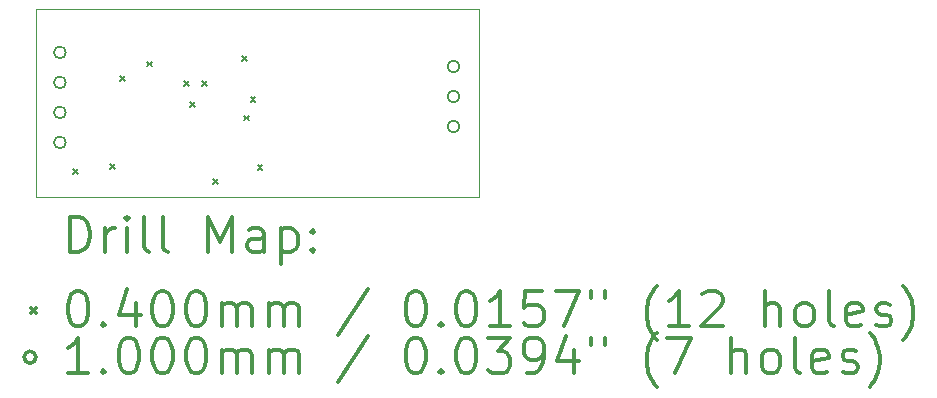
<source format=gbr>
%FSLAX45Y45*%
G04 Gerber Fmt 4.5, Leading zero omitted, Abs format (unit mm)*
G04 Created by KiCad (PCBNEW (5.1.10)-1) date 2021-09-02 15:22:30*
%MOMM*%
%LPD*%
G01*
G04 APERTURE LIST*
%TA.AperFunction,Profile*%
%ADD10C,0.050000*%
%TD*%
%ADD11C,0.200000*%
%ADD12C,0.300000*%
G04 APERTURE END LIST*
D10*
X10541000Y-6350000D02*
X10541000Y-4762500D01*
X14287500Y-6350000D02*
X10541000Y-6350000D01*
X14287500Y-4762500D02*
X14287500Y-6350000D01*
X10541000Y-4762500D02*
X14287500Y-4762500D01*
D11*
X10851891Y-6117981D02*
X10891891Y-6157981D01*
X10891891Y-6117981D02*
X10851891Y-6157981D01*
X11166600Y-6076000D02*
X11206600Y-6116000D01*
X11206600Y-6076000D02*
X11166600Y-6116000D01*
X11250560Y-5329060D02*
X11290560Y-5369060D01*
X11290560Y-5329060D02*
X11250560Y-5369060D01*
X11480810Y-5205580D02*
X11520810Y-5245580D01*
X11520810Y-5205580D02*
X11480810Y-5245580D01*
X11795080Y-5368610D02*
X11835080Y-5408610D01*
X11835080Y-5368610D02*
X11795080Y-5408610D01*
X11841660Y-5548370D02*
X11881660Y-5588370D01*
X11881660Y-5548370D02*
X11841660Y-5588370D01*
X11944460Y-5369330D02*
X11984460Y-5409330D01*
X11984460Y-5369330D02*
X11944460Y-5409330D01*
X12036364Y-6203000D02*
X12076364Y-6243000D01*
X12076364Y-6203000D02*
X12036364Y-6243000D01*
X12286400Y-5159468D02*
X12326400Y-5199468D01*
X12326400Y-5159468D02*
X12286400Y-5199468D01*
X12300176Y-5664106D02*
X12340176Y-5704106D01*
X12340176Y-5664106D02*
X12300176Y-5704106D01*
X12355460Y-5507240D02*
X12395460Y-5547240D01*
X12395460Y-5507240D02*
X12355460Y-5547240D01*
X12415277Y-6084073D02*
X12455277Y-6124073D01*
X12455277Y-6084073D02*
X12415277Y-6124073D01*
X10791700Y-5128260D02*
G75*
G03*
X10791700Y-5128260I-50000J0D01*
G01*
X10791700Y-5382260D02*
G75*
G03*
X10791700Y-5382260I-50000J0D01*
G01*
X10791700Y-5636260D02*
G75*
G03*
X10791700Y-5636260I-50000J0D01*
G01*
X10791700Y-5890260D02*
G75*
G03*
X10791700Y-5890260I-50000J0D01*
G01*
X14124100Y-5247640D02*
G75*
G03*
X14124100Y-5247640I-50000J0D01*
G01*
X14124100Y-5501640D02*
G75*
G03*
X14124100Y-5501640I-50000J0D01*
G01*
X14124100Y-5755640D02*
G75*
G03*
X14124100Y-5755640I-50000J0D01*
G01*
D12*
X10824928Y-6818214D02*
X10824928Y-6518214D01*
X10896357Y-6518214D01*
X10939214Y-6532500D01*
X10967786Y-6561071D01*
X10982071Y-6589643D01*
X10996357Y-6646786D01*
X10996357Y-6689643D01*
X10982071Y-6746786D01*
X10967786Y-6775357D01*
X10939214Y-6803929D01*
X10896357Y-6818214D01*
X10824928Y-6818214D01*
X11124928Y-6818214D02*
X11124928Y-6618214D01*
X11124928Y-6675357D02*
X11139214Y-6646786D01*
X11153500Y-6632500D01*
X11182071Y-6618214D01*
X11210643Y-6618214D01*
X11310643Y-6818214D02*
X11310643Y-6618214D01*
X11310643Y-6518214D02*
X11296357Y-6532500D01*
X11310643Y-6546786D01*
X11324928Y-6532500D01*
X11310643Y-6518214D01*
X11310643Y-6546786D01*
X11496357Y-6818214D02*
X11467786Y-6803929D01*
X11453500Y-6775357D01*
X11453500Y-6518214D01*
X11653500Y-6818214D02*
X11624928Y-6803929D01*
X11610643Y-6775357D01*
X11610643Y-6518214D01*
X11996357Y-6818214D02*
X11996357Y-6518214D01*
X12096357Y-6732500D01*
X12196357Y-6518214D01*
X12196357Y-6818214D01*
X12467786Y-6818214D02*
X12467786Y-6661071D01*
X12453500Y-6632500D01*
X12424928Y-6618214D01*
X12367786Y-6618214D01*
X12339214Y-6632500D01*
X12467786Y-6803929D02*
X12439214Y-6818214D01*
X12367786Y-6818214D01*
X12339214Y-6803929D01*
X12324928Y-6775357D01*
X12324928Y-6746786D01*
X12339214Y-6718214D01*
X12367786Y-6703929D01*
X12439214Y-6703929D01*
X12467786Y-6689643D01*
X12610643Y-6618214D02*
X12610643Y-6918214D01*
X12610643Y-6632500D02*
X12639214Y-6618214D01*
X12696357Y-6618214D01*
X12724928Y-6632500D01*
X12739214Y-6646786D01*
X12753500Y-6675357D01*
X12753500Y-6761071D01*
X12739214Y-6789643D01*
X12724928Y-6803929D01*
X12696357Y-6818214D01*
X12639214Y-6818214D01*
X12610643Y-6803929D01*
X12882071Y-6789643D02*
X12896357Y-6803929D01*
X12882071Y-6818214D01*
X12867786Y-6803929D01*
X12882071Y-6789643D01*
X12882071Y-6818214D01*
X12882071Y-6632500D02*
X12896357Y-6646786D01*
X12882071Y-6661071D01*
X12867786Y-6646786D01*
X12882071Y-6632500D01*
X12882071Y-6661071D01*
X10498500Y-7292500D02*
X10538500Y-7332500D01*
X10538500Y-7292500D02*
X10498500Y-7332500D01*
X10882071Y-7148214D02*
X10910643Y-7148214D01*
X10939214Y-7162500D01*
X10953500Y-7176786D01*
X10967786Y-7205357D01*
X10982071Y-7262500D01*
X10982071Y-7333929D01*
X10967786Y-7391071D01*
X10953500Y-7419643D01*
X10939214Y-7433929D01*
X10910643Y-7448214D01*
X10882071Y-7448214D01*
X10853500Y-7433929D01*
X10839214Y-7419643D01*
X10824928Y-7391071D01*
X10810643Y-7333929D01*
X10810643Y-7262500D01*
X10824928Y-7205357D01*
X10839214Y-7176786D01*
X10853500Y-7162500D01*
X10882071Y-7148214D01*
X11110643Y-7419643D02*
X11124928Y-7433929D01*
X11110643Y-7448214D01*
X11096357Y-7433929D01*
X11110643Y-7419643D01*
X11110643Y-7448214D01*
X11382071Y-7248214D02*
X11382071Y-7448214D01*
X11310643Y-7133929D02*
X11239214Y-7348214D01*
X11424928Y-7348214D01*
X11596357Y-7148214D02*
X11624928Y-7148214D01*
X11653500Y-7162500D01*
X11667786Y-7176786D01*
X11682071Y-7205357D01*
X11696357Y-7262500D01*
X11696357Y-7333929D01*
X11682071Y-7391071D01*
X11667786Y-7419643D01*
X11653500Y-7433929D01*
X11624928Y-7448214D01*
X11596357Y-7448214D01*
X11567786Y-7433929D01*
X11553500Y-7419643D01*
X11539214Y-7391071D01*
X11524928Y-7333929D01*
X11524928Y-7262500D01*
X11539214Y-7205357D01*
X11553500Y-7176786D01*
X11567786Y-7162500D01*
X11596357Y-7148214D01*
X11882071Y-7148214D02*
X11910643Y-7148214D01*
X11939214Y-7162500D01*
X11953500Y-7176786D01*
X11967786Y-7205357D01*
X11982071Y-7262500D01*
X11982071Y-7333929D01*
X11967786Y-7391071D01*
X11953500Y-7419643D01*
X11939214Y-7433929D01*
X11910643Y-7448214D01*
X11882071Y-7448214D01*
X11853500Y-7433929D01*
X11839214Y-7419643D01*
X11824928Y-7391071D01*
X11810643Y-7333929D01*
X11810643Y-7262500D01*
X11824928Y-7205357D01*
X11839214Y-7176786D01*
X11853500Y-7162500D01*
X11882071Y-7148214D01*
X12110643Y-7448214D02*
X12110643Y-7248214D01*
X12110643Y-7276786D02*
X12124928Y-7262500D01*
X12153500Y-7248214D01*
X12196357Y-7248214D01*
X12224928Y-7262500D01*
X12239214Y-7291071D01*
X12239214Y-7448214D01*
X12239214Y-7291071D02*
X12253500Y-7262500D01*
X12282071Y-7248214D01*
X12324928Y-7248214D01*
X12353500Y-7262500D01*
X12367786Y-7291071D01*
X12367786Y-7448214D01*
X12510643Y-7448214D02*
X12510643Y-7248214D01*
X12510643Y-7276786D02*
X12524928Y-7262500D01*
X12553500Y-7248214D01*
X12596357Y-7248214D01*
X12624928Y-7262500D01*
X12639214Y-7291071D01*
X12639214Y-7448214D01*
X12639214Y-7291071D02*
X12653500Y-7262500D01*
X12682071Y-7248214D01*
X12724928Y-7248214D01*
X12753500Y-7262500D01*
X12767786Y-7291071D01*
X12767786Y-7448214D01*
X13353500Y-7133929D02*
X13096357Y-7519643D01*
X13739214Y-7148214D02*
X13767786Y-7148214D01*
X13796357Y-7162500D01*
X13810643Y-7176786D01*
X13824928Y-7205357D01*
X13839214Y-7262500D01*
X13839214Y-7333929D01*
X13824928Y-7391071D01*
X13810643Y-7419643D01*
X13796357Y-7433929D01*
X13767786Y-7448214D01*
X13739214Y-7448214D01*
X13710643Y-7433929D01*
X13696357Y-7419643D01*
X13682071Y-7391071D01*
X13667786Y-7333929D01*
X13667786Y-7262500D01*
X13682071Y-7205357D01*
X13696357Y-7176786D01*
X13710643Y-7162500D01*
X13739214Y-7148214D01*
X13967786Y-7419643D02*
X13982071Y-7433929D01*
X13967786Y-7448214D01*
X13953500Y-7433929D01*
X13967786Y-7419643D01*
X13967786Y-7448214D01*
X14167786Y-7148214D02*
X14196357Y-7148214D01*
X14224928Y-7162500D01*
X14239214Y-7176786D01*
X14253500Y-7205357D01*
X14267786Y-7262500D01*
X14267786Y-7333929D01*
X14253500Y-7391071D01*
X14239214Y-7419643D01*
X14224928Y-7433929D01*
X14196357Y-7448214D01*
X14167786Y-7448214D01*
X14139214Y-7433929D01*
X14124928Y-7419643D01*
X14110643Y-7391071D01*
X14096357Y-7333929D01*
X14096357Y-7262500D01*
X14110643Y-7205357D01*
X14124928Y-7176786D01*
X14139214Y-7162500D01*
X14167786Y-7148214D01*
X14553500Y-7448214D02*
X14382071Y-7448214D01*
X14467786Y-7448214D02*
X14467786Y-7148214D01*
X14439214Y-7191071D01*
X14410643Y-7219643D01*
X14382071Y-7233929D01*
X14824928Y-7148214D02*
X14682071Y-7148214D01*
X14667786Y-7291071D01*
X14682071Y-7276786D01*
X14710643Y-7262500D01*
X14782071Y-7262500D01*
X14810643Y-7276786D01*
X14824928Y-7291071D01*
X14839214Y-7319643D01*
X14839214Y-7391071D01*
X14824928Y-7419643D01*
X14810643Y-7433929D01*
X14782071Y-7448214D01*
X14710643Y-7448214D01*
X14682071Y-7433929D01*
X14667786Y-7419643D01*
X14939214Y-7148214D02*
X15139214Y-7148214D01*
X15010643Y-7448214D01*
X15239214Y-7148214D02*
X15239214Y-7205357D01*
X15353500Y-7148214D02*
X15353500Y-7205357D01*
X15796357Y-7562500D02*
X15782071Y-7548214D01*
X15753500Y-7505357D01*
X15739214Y-7476786D01*
X15724928Y-7433929D01*
X15710643Y-7362500D01*
X15710643Y-7305357D01*
X15724928Y-7233929D01*
X15739214Y-7191071D01*
X15753500Y-7162500D01*
X15782071Y-7119643D01*
X15796357Y-7105357D01*
X16067786Y-7448214D02*
X15896357Y-7448214D01*
X15982071Y-7448214D02*
X15982071Y-7148214D01*
X15953500Y-7191071D01*
X15924928Y-7219643D01*
X15896357Y-7233929D01*
X16182071Y-7176786D02*
X16196357Y-7162500D01*
X16224928Y-7148214D01*
X16296357Y-7148214D01*
X16324928Y-7162500D01*
X16339214Y-7176786D01*
X16353500Y-7205357D01*
X16353500Y-7233929D01*
X16339214Y-7276786D01*
X16167786Y-7448214D01*
X16353500Y-7448214D01*
X16710643Y-7448214D02*
X16710643Y-7148214D01*
X16839214Y-7448214D02*
X16839214Y-7291071D01*
X16824928Y-7262500D01*
X16796357Y-7248214D01*
X16753500Y-7248214D01*
X16724928Y-7262500D01*
X16710643Y-7276786D01*
X17024928Y-7448214D02*
X16996357Y-7433929D01*
X16982071Y-7419643D01*
X16967786Y-7391071D01*
X16967786Y-7305357D01*
X16982071Y-7276786D01*
X16996357Y-7262500D01*
X17024928Y-7248214D01*
X17067786Y-7248214D01*
X17096357Y-7262500D01*
X17110643Y-7276786D01*
X17124928Y-7305357D01*
X17124928Y-7391071D01*
X17110643Y-7419643D01*
X17096357Y-7433929D01*
X17067786Y-7448214D01*
X17024928Y-7448214D01*
X17296357Y-7448214D02*
X17267786Y-7433929D01*
X17253500Y-7405357D01*
X17253500Y-7148214D01*
X17524928Y-7433929D02*
X17496357Y-7448214D01*
X17439214Y-7448214D01*
X17410643Y-7433929D01*
X17396357Y-7405357D01*
X17396357Y-7291071D01*
X17410643Y-7262500D01*
X17439214Y-7248214D01*
X17496357Y-7248214D01*
X17524928Y-7262500D01*
X17539214Y-7291071D01*
X17539214Y-7319643D01*
X17396357Y-7348214D01*
X17653500Y-7433929D02*
X17682071Y-7448214D01*
X17739214Y-7448214D01*
X17767786Y-7433929D01*
X17782071Y-7405357D01*
X17782071Y-7391071D01*
X17767786Y-7362500D01*
X17739214Y-7348214D01*
X17696357Y-7348214D01*
X17667786Y-7333929D01*
X17653500Y-7305357D01*
X17653500Y-7291071D01*
X17667786Y-7262500D01*
X17696357Y-7248214D01*
X17739214Y-7248214D01*
X17767786Y-7262500D01*
X17882071Y-7562500D02*
X17896357Y-7548214D01*
X17924928Y-7505357D01*
X17939214Y-7476786D01*
X17953500Y-7433929D01*
X17967786Y-7362500D01*
X17967786Y-7305357D01*
X17953500Y-7233929D01*
X17939214Y-7191071D01*
X17924928Y-7162500D01*
X17896357Y-7119643D01*
X17882071Y-7105357D01*
X10538500Y-7708500D02*
G75*
G03*
X10538500Y-7708500I-50000J0D01*
G01*
X10982071Y-7844214D02*
X10810643Y-7844214D01*
X10896357Y-7844214D02*
X10896357Y-7544214D01*
X10867786Y-7587071D01*
X10839214Y-7615643D01*
X10810643Y-7629929D01*
X11110643Y-7815643D02*
X11124928Y-7829929D01*
X11110643Y-7844214D01*
X11096357Y-7829929D01*
X11110643Y-7815643D01*
X11110643Y-7844214D01*
X11310643Y-7544214D02*
X11339214Y-7544214D01*
X11367786Y-7558500D01*
X11382071Y-7572786D01*
X11396357Y-7601357D01*
X11410643Y-7658500D01*
X11410643Y-7729929D01*
X11396357Y-7787071D01*
X11382071Y-7815643D01*
X11367786Y-7829929D01*
X11339214Y-7844214D01*
X11310643Y-7844214D01*
X11282071Y-7829929D01*
X11267786Y-7815643D01*
X11253500Y-7787071D01*
X11239214Y-7729929D01*
X11239214Y-7658500D01*
X11253500Y-7601357D01*
X11267786Y-7572786D01*
X11282071Y-7558500D01*
X11310643Y-7544214D01*
X11596357Y-7544214D02*
X11624928Y-7544214D01*
X11653500Y-7558500D01*
X11667786Y-7572786D01*
X11682071Y-7601357D01*
X11696357Y-7658500D01*
X11696357Y-7729929D01*
X11682071Y-7787071D01*
X11667786Y-7815643D01*
X11653500Y-7829929D01*
X11624928Y-7844214D01*
X11596357Y-7844214D01*
X11567786Y-7829929D01*
X11553500Y-7815643D01*
X11539214Y-7787071D01*
X11524928Y-7729929D01*
X11524928Y-7658500D01*
X11539214Y-7601357D01*
X11553500Y-7572786D01*
X11567786Y-7558500D01*
X11596357Y-7544214D01*
X11882071Y-7544214D02*
X11910643Y-7544214D01*
X11939214Y-7558500D01*
X11953500Y-7572786D01*
X11967786Y-7601357D01*
X11982071Y-7658500D01*
X11982071Y-7729929D01*
X11967786Y-7787071D01*
X11953500Y-7815643D01*
X11939214Y-7829929D01*
X11910643Y-7844214D01*
X11882071Y-7844214D01*
X11853500Y-7829929D01*
X11839214Y-7815643D01*
X11824928Y-7787071D01*
X11810643Y-7729929D01*
X11810643Y-7658500D01*
X11824928Y-7601357D01*
X11839214Y-7572786D01*
X11853500Y-7558500D01*
X11882071Y-7544214D01*
X12110643Y-7844214D02*
X12110643Y-7644214D01*
X12110643Y-7672786D02*
X12124928Y-7658500D01*
X12153500Y-7644214D01*
X12196357Y-7644214D01*
X12224928Y-7658500D01*
X12239214Y-7687071D01*
X12239214Y-7844214D01*
X12239214Y-7687071D02*
X12253500Y-7658500D01*
X12282071Y-7644214D01*
X12324928Y-7644214D01*
X12353500Y-7658500D01*
X12367786Y-7687071D01*
X12367786Y-7844214D01*
X12510643Y-7844214D02*
X12510643Y-7644214D01*
X12510643Y-7672786D02*
X12524928Y-7658500D01*
X12553500Y-7644214D01*
X12596357Y-7644214D01*
X12624928Y-7658500D01*
X12639214Y-7687071D01*
X12639214Y-7844214D01*
X12639214Y-7687071D02*
X12653500Y-7658500D01*
X12682071Y-7644214D01*
X12724928Y-7644214D01*
X12753500Y-7658500D01*
X12767786Y-7687071D01*
X12767786Y-7844214D01*
X13353500Y-7529929D02*
X13096357Y-7915643D01*
X13739214Y-7544214D02*
X13767786Y-7544214D01*
X13796357Y-7558500D01*
X13810643Y-7572786D01*
X13824928Y-7601357D01*
X13839214Y-7658500D01*
X13839214Y-7729929D01*
X13824928Y-7787071D01*
X13810643Y-7815643D01*
X13796357Y-7829929D01*
X13767786Y-7844214D01*
X13739214Y-7844214D01*
X13710643Y-7829929D01*
X13696357Y-7815643D01*
X13682071Y-7787071D01*
X13667786Y-7729929D01*
X13667786Y-7658500D01*
X13682071Y-7601357D01*
X13696357Y-7572786D01*
X13710643Y-7558500D01*
X13739214Y-7544214D01*
X13967786Y-7815643D02*
X13982071Y-7829929D01*
X13967786Y-7844214D01*
X13953500Y-7829929D01*
X13967786Y-7815643D01*
X13967786Y-7844214D01*
X14167786Y-7544214D02*
X14196357Y-7544214D01*
X14224928Y-7558500D01*
X14239214Y-7572786D01*
X14253500Y-7601357D01*
X14267786Y-7658500D01*
X14267786Y-7729929D01*
X14253500Y-7787071D01*
X14239214Y-7815643D01*
X14224928Y-7829929D01*
X14196357Y-7844214D01*
X14167786Y-7844214D01*
X14139214Y-7829929D01*
X14124928Y-7815643D01*
X14110643Y-7787071D01*
X14096357Y-7729929D01*
X14096357Y-7658500D01*
X14110643Y-7601357D01*
X14124928Y-7572786D01*
X14139214Y-7558500D01*
X14167786Y-7544214D01*
X14367786Y-7544214D02*
X14553500Y-7544214D01*
X14453500Y-7658500D01*
X14496357Y-7658500D01*
X14524928Y-7672786D01*
X14539214Y-7687071D01*
X14553500Y-7715643D01*
X14553500Y-7787071D01*
X14539214Y-7815643D01*
X14524928Y-7829929D01*
X14496357Y-7844214D01*
X14410643Y-7844214D01*
X14382071Y-7829929D01*
X14367786Y-7815643D01*
X14696357Y-7844214D02*
X14753500Y-7844214D01*
X14782071Y-7829929D01*
X14796357Y-7815643D01*
X14824928Y-7772786D01*
X14839214Y-7715643D01*
X14839214Y-7601357D01*
X14824928Y-7572786D01*
X14810643Y-7558500D01*
X14782071Y-7544214D01*
X14724928Y-7544214D01*
X14696357Y-7558500D01*
X14682071Y-7572786D01*
X14667786Y-7601357D01*
X14667786Y-7672786D01*
X14682071Y-7701357D01*
X14696357Y-7715643D01*
X14724928Y-7729929D01*
X14782071Y-7729929D01*
X14810643Y-7715643D01*
X14824928Y-7701357D01*
X14839214Y-7672786D01*
X15096357Y-7644214D02*
X15096357Y-7844214D01*
X15024928Y-7529929D02*
X14953500Y-7744214D01*
X15139214Y-7744214D01*
X15239214Y-7544214D02*
X15239214Y-7601357D01*
X15353500Y-7544214D02*
X15353500Y-7601357D01*
X15796357Y-7958500D02*
X15782071Y-7944214D01*
X15753500Y-7901357D01*
X15739214Y-7872786D01*
X15724928Y-7829929D01*
X15710643Y-7758500D01*
X15710643Y-7701357D01*
X15724928Y-7629929D01*
X15739214Y-7587071D01*
X15753500Y-7558500D01*
X15782071Y-7515643D01*
X15796357Y-7501357D01*
X15882071Y-7544214D02*
X16082071Y-7544214D01*
X15953500Y-7844214D01*
X16424928Y-7844214D02*
X16424928Y-7544214D01*
X16553500Y-7844214D02*
X16553500Y-7687071D01*
X16539214Y-7658500D01*
X16510643Y-7644214D01*
X16467786Y-7644214D01*
X16439214Y-7658500D01*
X16424928Y-7672786D01*
X16739214Y-7844214D02*
X16710643Y-7829929D01*
X16696357Y-7815643D01*
X16682071Y-7787071D01*
X16682071Y-7701357D01*
X16696357Y-7672786D01*
X16710643Y-7658500D01*
X16739214Y-7644214D01*
X16782071Y-7644214D01*
X16810643Y-7658500D01*
X16824928Y-7672786D01*
X16839214Y-7701357D01*
X16839214Y-7787071D01*
X16824928Y-7815643D01*
X16810643Y-7829929D01*
X16782071Y-7844214D01*
X16739214Y-7844214D01*
X17010643Y-7844214D02*
X16982071Y-7829929D01*
X16967786Y-7801357D01*
X16967786Y-7544214D01*
X17239214Y-7829929D02*
X17210643Y-7844214D01*
X17153500Y-7844214D01*
X17124928Y-7829929D01*
X17110643Y-7801357D01*
X17110643Y-7687071D01*
X17124928Y-7658500D01*
X17153500Y-7644214D01*
X17210643Y-7644214D01*
X17239214Y-7658500D01*
X17253500Y-7687071D01*
X17253500Y-7715643D01*
X17110643Y-7744214D01*
X17367786Y-7829929D02*
X17396357Y-7844214D01*
X17453500Y-7844214D01*
X17482071Y-7829929D01*
X17496357Y-7801357D01*
X17496357Y-7787071D01*
X17482071Y-7758500D01*
X17453500Y-7744214D01*
X17410643Y-7744214D01*
X17382071Y-7729929D01*
X17367786Y-7701357D01*
X17367786Y-7687071D01*
X17382071Y-7658500D01*
X17410643Y-7644214D01*
X17453500Y-7644214D01*
X17482071Y-7658500D01*
X17596357Y-7958500D02*
X17610643Y-7944214D01*
X17639214Y-7901357D01*
X17653500Y-7872786D01*
X17667786Y-7829929D01*
X17682071Y-7758500D01*
X17682071Y-7701357D01*
X17667786Y-7629929D01*
X17653500Y-7587071D01*
X17639214Y-7558500D01*
X17610643Y-7515643D01*
X17596357Y-7501357D01*
M02*

</source>
